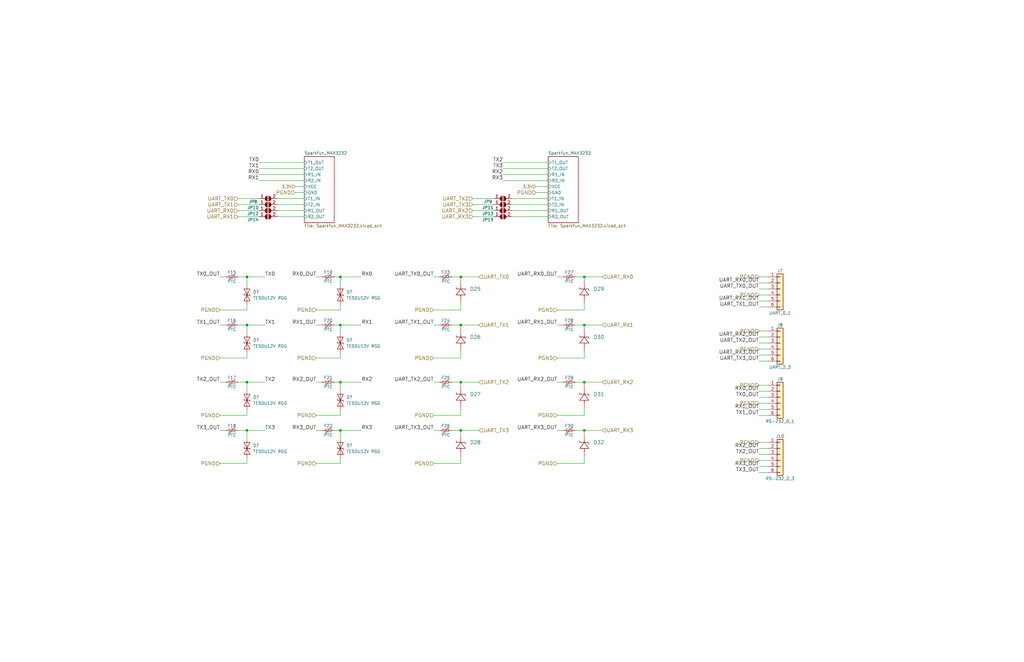
<source format=kicad_sch>
(kicad_sch (version 20211123) (generator eeschema)
  (paper "B")
  (title_block (title "Console-Controller") (date "2022-12-15") (rev "A"))
  (lib_symbols
    (symbol "2022-05-02_03-27-09:CZRU52C3V3" (pin_numbers hide) (pin_names hide)
      (property "Reference" "U" (at 5.08 4.445 0))
      (property "Value" "CZRU52C3V3" (at 5.08 -7.62 0))
      (symbol "CZRU52C3V3_1_1"
        (polyline (pts (xy 2.54 0) (xy 3.4798 0)) (stroke (width 0.2032)))
        (polyline (pts (xy 3.175 0) (xy 3.81 0)) (stroke (width 0.2032)))
        (polyline (pts (xy 3.81 -1.905) (xy 6.35 0)) (stroke (width 0.2032)))
        (polyline (pts (xy 3.81 1.905) (xy 3.81 -1.905)) (stroke (width 0.2032)))
        (polyline (pts (xy 6.35 -1.905) (xy 5.715 -1.905)) (stroke (width 0.2032)))
        (polyline (pts (xy 6.35 -1.905) (xy 6.35 1.905)) (stroke (width 0.2032)))
        (polyline (pts (xy 6.35 0) (xy 3.81 1.905)) (stroke (width 0.2032)))
        (polyline (pts (xy 6.35 0) (xy 7.62 0)) (stroke (width 0.2032)))
        (polyline (pts (xy 6.35 1.905) (xy 6.985 1.905)) (stroke (width 0.2032)))
        (pin unspecified line (at 10.16 0 180) (length 2.54) (name "1") (number "1"))
        (pin unspecified line (at 0 0 0) (length 2.54) (name "2") (number "2"))
      )
    )
    (symbol "Diode:SD36_SOD323" (pin_numbers hide) (pin_names (offset 1.016) hide)
      (property "Reference" "D" (at 0 2.54 0))
      (property "Value" "SD36_SOD323" (at 0 -2.54 0))
      (symbol "SD36_SOD323_0_1"
        (polyline (pts (xy 1.27 0) (xy -1.27 0)))
        (polyline (pts (xy -2.54 -1.27) (xy 0 0) (xy -2.54 1.27) (xy -2.54 -1.27)) (stroke (width 0.2032)))
        (polyline (pts (xy 0.508 1.27) (xy 0 1.27) (xy 0 -1.27) (xy -0.508 -1.27)) (stroke (width 0.2032)))
        (polyline (pts (xy 2.54 1.27) (xy 2.54 -1.27) (xy 0 0) (xy 2.54 1.27)) (stroke (width 0.2032)))
      )
      (symbol "SD36_SOD323_1_1"
        (pin passive line (at -3.81 0 0) (length 2.54) (name "A1") (number "1"))
        (pin passive line (at 3.81 0 180) (length 2.54) (name "A2") (number "2"))
      )
    )
    (symbol "Dual-Mag-Camera-Control-rescue:Conn_01x06-SPC-Control-rescue" (pin_names (offset 1.016) hide)
      (property "Reference" "J" (at 0 7.62 0))
      (property "Value" "Conn_01x06-SPC-Control-rescue" (at 0 -10.16 0))
      (symbol "Conn_01x06-SPC-Control-rescue_1_1"
        (rectangle (start -1.27 -7.493) (end 0 -7.747) (stroke (width 0.1524)))
        (rectangle (start -1.27 -4.953) (end 0 -5.207) (stroke (width 0.1524)))
        (rectangle (start -1.27 -2.413) (end 0 -2.667) (stroke (width 0.1524)))
        (rectangle (start -1.27 0.127) (end 0 -0.127) (stroke (width 0.1524)))
        (rectangle (start -1.27 2.667) (end 0 2.413) (stroke (width 0.1524)))
        (rectangle (start -1.27 5.207) (end 0 4.953) (stroke (width 0.1524)))
        (rectangle (start -1.27 6.35) (end 1.27 -8.89) (stroke (width 0.254)) (fill (type background)))
        (pin passive line (at -5.08 5.08 0) (length 3.81) (name "Pin_1") (number "1"))
        (pin passive line (at -5.08 2.54 0) (length 3.81) (name "Pin_2") (number "2"))
        (pin passive line (at -5.08 0 0) (length 3.81) (name "Pin_3") (number "3"))
        (pin passive line (at -5.08 -2.54 0) (length 3.81) (name "Pin_4") (number "4"))
        (pin passive line (at -5.08 -5.08 0) (length 3.81) (name "Pin_5") (number "5"))
        (pin passive line (at -5.08 -7.62 0) (length 3.81) (name "Pin_6") (number "6"))
      )
    )
    (symbol "Dual-Mag-Camera-Control-rescue:Polyfuse_Small-SPC-Control-rescue" (pin_numbers hide) (pin_names (offset 0))
      (property "Reference" "F" (at -1.905 0 90))
      (property "Value" "Polyfuse_Small-SPC-Control-rescue" (at 1.905 0 90))
      (symbol "Polyfuse_Small-SPC-Control-rescue_0_1"
        (rectangle (start -0.508 1.27) (end 0.508 -1.27))
        (polyline (pts (xy 0 2.54) (xy 0 -2.54)))
        (polyline (pts (xy -1.016 1.27) (xy -1.016 0.762) (xy 1.016 -0.762) (xy 1.016 -1.27)))
      )
      (symbol "Polyfuse_Small-SPC-Control-rescue_1_1"
        (pin passive line (at 0 2.54 270) (length 0.635) (name "~") (number "1"))
        (pin passive line (at 0 -2.54 90) (length 0.635) (name "~") (number "2"))
      )
    )
    (symbol "Jumper:SolderJumper_2_Open" (pin_names (offset 0) hide)
      (property "Reference" "JP" (at 0 2.032 0))
      (property "Value" "SolderJumper_2_Open" (at 0 -2.54 0))
      (symbol "SolderJumper_2_Open_0_1"
        (arc (start -0.254 1.016) (mid -1.27 0) (end -0.254 -1.016))
        (arc (start -0.254 1.016) (mid -1.27 0) (end -0.254 -1.016) (fill (type outline)))
        (polyline (pts (xy -0.254 1.016) (xy -0.254 -1.016)))
        (polyline (pts (xy 0.254 1.016) (xy 0.254 -1.016)))
        (arc (start 0.254 -1.016) (mid 1.27 0) (end 0.254 1.016))
        (arc (start 0.254 -1.016) (mid 1.27 0) (end 0.254 1.016) (fill (type outline)))
      )
      (symbol "SolderJumper_2_Open_1_1"
        (pin passive line (at -3.81 0 0) (length 2.54) (name "A") (number "1"))
        (pin passive line (at 3.81 0 180) (length 2.54) (name "B") (number "2"))
      )
    )
  )
  (junction (at 246.38 181.61))
  (junction (at 194.31 137.16))
  (junction (at 143.51 116.84))
  (junction (at 194.31 116.84))
  (junction (at 143.51 137.16))
  (junction (at 104.14 116.84))
  (junction (at 246.38 161.29))
  (junction (at 194.31 161.29))
  (junction (at 104.14 137.16))
  (junction (at 104.14 181.61))
  (junction (at 246.38 137.16))
  (junction (at 246.38 116.84))
  (junction (at 194.31 181.61))
  (junction (at 104.14 161.29))
  (junction (at 143.51 161.29))
  (junction (at 143.51 181.61))
  (wire (pts (xy 100.33 91.44) (xy 109.22 91.44)))
  (wire (pts (xy 194.31 195.58) (xy 194.31 193.04)))
  (wire (pts (xy 143.51 181.61) (xy 152.4 181.61)))
  (wire (pts (xy 246.38 116.84) (xy 254 116.84)))
  (wire (pts (xy 194.31 161.29) (xy 201.93 161.29)))
  (wire (pts (xy 100.33 116.84) (xy 104.14 116.84)))
  (wire (pts (xy 95.25 116.84) (xy 92.71 116.84)))
  (wire (pts (xy 320.04 139.7) (xy 323.85 139.7)))
  (wire (pts (xy 143.51 181.61) (xy 143.51 185.42)))
  (wire (pts (xy 190.5 116.84) (xy 194.31 116.84)))
  (wire (pts (xy 133.35 175.26) (xy 143.51 175.26)))
  (wire (pts (xy 234.95 175.26) (xy 246.38 175.26)))
  (wire (pts (xy 143.51 175.26) (xy 143.51 172.72)))
  (wire (pts (xy 109.22 73.66) (xy 128.27 73.66)))
  (wire (pts (xy 109.22 76.2) (xy 128.27 76.2)))
  (wire (pts (xy 320.04 144.78) (xy 323.85 144.78)))
  (wire (pts (xy 194.31 137.16) (xy 201.93 137.16)))
  (wire (pts (xy 100.33 83.82) (xy 109.22 83.82)))
  (wire (pts (xy 185.42 161.29) (xy 182.88 161.29)))
  (wire (pts (xy 104.14 181.61) (xy 111.76 181.61)))
  (wire (pts (xy 95.25 137.16) (xy 92.71 137.16)))
  (wire (pts (xy 143.51 116.84) (xy 143.51 120.65)))
  (wire (pts (xy 194.31 181.61) (xy 201.93 181.61)))
  (wire (pts (xy 199.39 86.36) (xy 208.28 86.36)))
  (wire (pts (xy 92.71 130.81) (xy 104.14 130.81)))
  (wire (pts (xy 143.51 116.84) (xy 152.4 116.84)))
  (wire (pts (xy 246.38 137.16) (xy 254 137.16)))
  (wire (pts (xy 320.04 199.39) (xy 323.85 199.39)))
  (wire (pts (xy 116.84 83.82) (xy 128.27 83.82)))
  (wire (pts (xy 92.71 195.58) (xy 104.14 195.58)))
  (wire (pts (xy 116.84 91.44) (xy 128.27 91.44)))
  (wire (pts (xy 104.14 137.16) (xy 111.76 137.16)))
  (wire (pts (xy 104.14 161.29) (xy 111.76 161.29)))
  (wire (pts (xy 320.04 127) (xy 323.85 127)))
  (wire (pts (xy 194.31 175.26) (xy 194.31 172.72)))
  (wire (pts (xy 100.33 88.9) (xy 109.22 88.9)))
  (wire (pts (xy 246.38 181.61) (xy 254 181.61)))
  (wire (pts (xy 185.42 116.84) (xy 182.88 116.84)))
  (wire (pts (xy 234.95 151.13) (xy 246.38 151.13)))
  (wire (pts (xy 143.51 151.13) (xy 143.51 148.59)))
  (wire (pts (xy 104.14 181.61) (xy 104.14 185.42)))
  (wire (pts (xy 320.04 124.46) (xy 323.85 124.46)))
  (wire (pts (xy 104.14 151.13) (xy 104.14 148.59)))
  (wire (pts (xy 320.04 170.18) (xy 323.85 170.18)))
  (wire (pts (xy 143.51 137.16) (xy 143.51 140.97)))
  (wire (pts (xy 320.04 152.4) (xy 323.85 152.4)))
  (wire (pts (xy 143.51 128.27) (xy 143.51 130.81)))
  (wire (pts (xy 143.51 161.29) (xy 143.51 165.1)))
  (wire (pts (xy 109.22 68.58) (xy 128.27 68.58)))
  (wire (pts (xy 100.33 181.61) (xy 104.14 181.61)))
  (wire (pts (xy 237.49 137.16) (xy 234.95 137.16)))
  (wire (pts (xy 226.06 78.74) (xy 231.14 78.74)))
  (wire (pts (xy 116.84 88.9) (xy 128.27 88.9)))
  (wire (pts (xy 320.04 191.77) (xy 323.85 191.77)))
  (wire (pts (xy 234.95 130.81) (xy 246.38 130.81)))
  (wire (pts (xy 140.97 137.16) (xy 143.51 137.16)))
  (wire (pts (xy 246.38 161.29) (xy 254 161.29)))
  (wire (pts (xy 215.9 88.9) (xy 231.14 88.9)))
  (wire (pts (xy 215.9 86.36) (xy 231.14 86.36)))
  (wire (pts (xy 100.33 161.29) (xy 104.14 161.29)))
  (wire (pts (xy 194.31 116.84) (xy 194.31 118.11)))
  (wire (pts (xy 320.04 149.86) (xy 323.85 149.86)))
  (wire (pts (xy 194.31 116.84) (xy 201.93 116.84)))
  (wire (pts (xy 246.38 130.81) (xy 246.38 128.27)))
  (wire (pts (xy 320.04 119.38) (xy 323.85 119.38)))
  (wire (pts (xy 100.33 86.36) (xy 109.22 86.36)))
  (wire (pts (xy 320.04 129.54) (xy 323.85 129.54)))
  (wire (pts (xy 182.88 151.13) (xy 194.31 151.13)))
  (wire (pts (xy 212.09 68.58) (xy 231.14 68.58)))
  (wire (pts (xy 100.33 137.16) (xy 104.14 137.16)))
  (wire (pts (xy 92.71 151.13) (xy 104.14 151.13)))
  (wire (pts (xy 194.31 151.13) (xy 194.31 148.59)))
  (wire (pts (xy 182.88 195.58) (xy 194.31 195.58)))
  (wire (pts (xy 237.49 161.29) (xy 234.95 161.29)))
  (wire (pts (xy 246.38 161.29) (xy 246.38 162.56)))
  (wire (pts (xy 212.09 73.66) (xy 231.14 73.66)))
  (wire (pts (xy 199.39 91.44) (xy 208.28 91.44)))
  (wire (pts (xy 194.31 137.16) (xy 194.31 138.43)))
  (wire (pts (xy 320.04 175.26) (xy 323.85 175.26)))
  (wire (pts (xy 133.35 151.13) (xy 143.51 151.13)))
  (wire (pts (xy 190.5 137.16) (xy 194.31 137.16)))
  (wire (pts (xy 185.42 137.16) (xy 182.88 137.16)))
  (wire (pts (xy 242.57 161.29) (xy 246.38 161.29)))
  (wire (pts (xy 226.06 81.28) (xy 231.14 81.28)))
  (wire (pts (xy 140.97 181.61) (xy 143.51 181.61)))
  (wire (pts (xy 92.71 175.26) (xy 104.14 175.26)))
  (wire (pts (xy 212.09 71.12) (xy 231.14 71.12)))
  (wire (pts (xy 140.97 116.84) (xy 143.51 116.84)))
  (wire (pts (xy 320.04 147.32) (xy 323.85 147.32)))
  (wire (pts (xy 234.95 195.58) (xy 246.38 195.58)))
  (wire (pts (xy 104.14 195.58) (xy 104.14 193.04)))
  (wire (pts (xy 215.9 91.44) (xy 231.14 91.44)))
  (wire (pts (xy 135.89 116.84) (xy 133.35 116.84)))
  (wire (pts (xy 320.04 121.92) (xy 323.85 121.92)))
  (wire (pts (xy 212.09 76.2) (xy 231.14 76.2)))
  (wire (pts (xy 237.49 181.61) (xy 234.95 181.61)))
  (wire (pts (xy 246.38 137.16) (xy 246.38 138.43)))
  (wire (pts (xy 194.31 181.61) (xy 194.31 182.88)))
  (wire (pts (xy 199.39 83.82) (xy 208.28 83.82)))
  (wire (pts (xy 140.97 161.29) (xy 143.51 161.29)))
  (wire (pts (xy 246.38 151.13) (xy 246.38 148.59)))
  (wire (pts (xy 109.22 71.12) (xy 128.27 71.12)))
  (wire (pts (xy 246.38 116.84) (xy 246.38 118.11)))
  (wire (pts (xy 135.89 137.16) (xy 133.35 137.16)))
  (wire (pts (xy 104.14 116.84) (xy 104.14 120.65)))
  (wire (pts (xy 242.57 181.61) (xy 246.38 181.61)))
  (wire (pts (xy 246.38 175.26) (xy 246.38 172.72)))
  (wire (pts (xy 242.57 116.84) (xy 246.38 116.84)))
  (wire (pts (xy 133.35 195.58) (xy 143.51 195.58)))
  (wire (pts (xy 104.14 116.84) (xy 111.76 116.84)))
  (wire (pts (xy 133.35 130.81) (xy 143.51 130.81)))
  (wire (pts (xy 320.04 194.31) (xy 323.85 194.31)))
  (wire (pts (xy 104.14 128.27) (xy 104.14 130.81)))
  (wire (pts (xy 237.49 116.84) (xy 234.95 116.84)))
  (wire (pts (xy 199.39 88.9) (xy 208.28 88.9)))
  (wire (pts (xy 190.5 181.61) (xy 194.31 181.61)))
  (wire (pts (xy 95.25 161.29) (xy 92.71 161.29)))
  (wire (pts (xy 246.38 195.58) (xy 246.38 193.04)))
  (wire (pts (xy 194.31 161.29) (xy 194.31 162.56)))
  (wire (pts (xy 143.51 195.58) (xy 143.51 193.04)))
  (wire (pts (xy 143.51 137.16) (xy 152.4 137.16)))
  (wire (pts (xy 320.04 196.85) (xy 323.85 196.85)))
  (wire (pts (xy 190.5 161.29) (xy 194.31 161.29)))
  (wire (pts (xy 242.57 137.16) (xy 246.38 137.16)))
  (wire (pts (xy 104.14 161.29) (xy 104.14 165.1)))
  (wire (pts (xy 104.14 175.26) (xy 104.14 172.72)))
  (wire (pts (xy 185.42 181.61) (xy 182.88 181.61)))
  (wire (pts (xy 104.14 137.16) (xy 104.14 140.97)))
  (wire (pts (xy 124.46 81.28) (xy 128.27 81.28)))
  (wire (pts (xy 320.04 189.23) (xy 323.85 189.23)))
  (wire (pts (xy 135.89 181.61) (xy 133.35 181.61)))
  (wire (pts (xy 182.88 175.26) (xy 194.31 175.26)))
  (wire (pts (xy 95.25 181.61) (xy 92.71 181.61)))
  (wire (pts (xy 320.04 167.64) (xy 323.85 167.64)))
  (wire (pts (xy 320.04 162.56) (xy 323.85 162.56)))
  (wire (pts (xy 215.9 83.82) (xy 231.14 83.82)))
  (wire (pts (xy 194.31 128.27) (xy 194.31 130.81)))
  (wire (pts (xy 116.84 86.36) (xy 128.27 86.36)))
  (wire (pts (xy 320.04 142.24) (xy 323.85 142.24)))
  (wire (pts (xy 320.04 165.1) (xy 323.85 165.1)))
  (wire (pts (xy 320.04 116.84) (xy 323.85 116.84)))
  (wire (pts (xy 320.04 172.72) (xy 323.85 172.72)))
  (wire (pts (xy 135.89 161.29) (xy 133.35 161.29)))
  (wire (pts (xy 320.04 186.69) (xy 323.85 186.69)))
  (wire (pts (xy 246.38 181.61) (xy 246.38 182.88)))
  (wire (pts (xy 124.46 78.74) (xy 128.27 78.74)))
  (wire (pts (xy 182.88 130.81) (xy 194.31 130.81)))
  (wire (pts (xy 143.51 161.29) (xy 152.4 161.29)))
  (label "TX3_OUT" (at 320.04 199.39 180) (effects (font (size 1.524 1.524))))
  (label "RX2" (at 212.09 73.66 180) (effects (font (size 1.524 1.524))))
  (label "RX3_OUT" (at 133.35 181.61 180) (effects (font (size 1.524 1.524))))
  (label "RX0_OUT" (at 133.35 116.84 180) (effects (font (size 1.524 1.524))))
  (label "UART_RX1_OUT" (at 320.04 127 180) (effects (font (size 1.524 1.524))))
  (label "TX2" (at 212.09 68.58 180) (effects (font (size 1.524 1.524))))
  (label "RX2" (at 152.4 161.29 0) (effects (font (size 1.524 1.524))))
  (label "UART_RX0_OUT" (at 234.95 116.84 180) (effects (font (size 1.524 1.524))))
  (label "RX0" (at 152.4 116.84 0) (effects (font (size 1.524 1.524))))
  (label "TX2_OUT" (at 92.71 161.29 180) (effects (font (size 1.524 1.524))))
  (label "RX1" (at 152.4 137.16 0) (effects (font (size 1.524 1.524))))
  (label "UART_RX2_OUT" (at 320.04 142.24 180) (effects (font (size 1.524 1.524))))
  (label "TX2" (at 111.76 161.29 0) (effects (font (size 1.524 1.524))))
  (label "RX0" (at 109.22 73.66 180) (effects (font (size 1.524 1.524))))
  (label "RX1" (at 109.22 76.2 180) (effects (font (size 1.524 1.524))))
  (label "RX3" (at 212.09 76.2 180) (effects (font (size 1.524 1.524))))
  (label "UART_RX0_OUT" (at 320.04 119.38 180) (effects (font (size 1.524 1.524))))
  (label "TX0_OUT" (at 92.71 116.84 180) (effects (font (size 1.524 1.524))))
  (label "TX0" (at 109.22 68.58 180) (effects (font (size 1.524 1.524))))
  (label "TX1" (at 109.22 71.12 180) (effects (font (size 1.524 1.524))))
  (label "TX2_OUT" (at 320.04 191.77 180) (effects (font (size 1.524 1.524))))
  (label "UART_RX2_OUT" (at 234.95 161.29 180) (effects (font (size 1.524 1.524))))
  (label "UART_RX1_OUT" (at 234.95 137.16 180) (effects (font (size 1.524 1.524))))
  (label "RX2_OUT" (at 133.35 161.29 180) (effects (font (size 1.524 1.524))))
  (label "RX3" (at 152.4 181.61 0) (effects (font (size 1.524 1.524))))
  (label "RX1_OUT" (at 133.35 137.16 180) (effects (font (size 1.524 1.524))))
  (label "RX1_OUT" (at 320.04 172.72 180) (effects (font (size 1.524 1.524))))
  (label "TX1_OUT" (at 92.71 137.16 180) (effects (font (size 1.524 1.524))))
  (label "UART_TX0_OUT" (at 182.88 116.84 180) (effects (font (size 1.524 1.524))))
  (label "UART_TX1_OUT" (at 320.04 129.54 180) (effects (font (size 1.524 1.524))))
  (label "RX2_OUT" (at 320.04 189.23 180) (effects (font (size 1.524 1.524))))
  (label "UART_RX3_OUT" (at 234.95 181.61 180) (effects (font (size 1.524 1.524))))
  (label "TX1" (at 111.76 137.16 0) (effects (font (size 1.524 1.524))))
  (label "UART_TX3_OUT" (at 320.04 152.4 180) (effects (font (size 1.524 1.524))))
  (label "TX0" (at 111.76 116.84 0) (effects (font (size 1.524 1.524))))
  (label "RX3_OUT" (at 320.04 196.85 180) (effects (font (size 1.524 1.524))))
  (label "UART_TX3_OUT" (at 182.88 181.61 180) (effects (font (size 1.524 1.524))))
  (label "TX3_OUT" (at 92.71 181.61 180) (effects (font (size 1.524 1.524))))
  (label "UART_TX1_OUT" (at 182.88 137.16 180) (effects (font (size 1.524 1.524))))
  (label "TX1_OUT" (at 320.04 175.26 180) (effects (font (size 1.524 1.524))))
  (label "UART_TX2_OUT" (at 182.88 161.29 180) (effects (font (size 1.524 1.524))))
  (label "RX0_OUT" (at 320.04 165.1 180) (effects (font (size 1.524 1.524))))
  (label "UART_TX2_OUT" (at 320.04 144.78 180) (effects (font (size 1.524 1.524))))
  (label "TX0_OUT" (at 320.04 167.64 180) (effects (font (size 1.524 1.524))))
  (label "TX3" (at 111.76 181.61 0) (effects (font (size 1.524 1.524))))
  (label "TX3" (at 212.09 71.12 180) (effects (font (size 1.524 1.524))))
  (label "UART_RX3_OUT" (at 320.04 149.86 180) (effects (font (size 1.524 1.524))))
  (label "UART_TX0_OUT" (at 320.04 121.92 180) (effects (font (size 1.524 1.524))))
  (hierarchical_label "PGND" (shape input) (at 234.95 175.26 180) (effects (font (size 1.524 1.524))))
  (hierarchical_label "PGND" (shape input) (at 182.88 151.13 180) (effects (font (size 1.524 1.524))))
  (hierarchical_label "UART_TX1" (shape input) (at 100.33 86.36 180) (effects (font (size 1.524 1.524))))
  (hierarchical_label "UART_RX0" (shape input) (at 100.33 88.9 180) (effects (font (size 1.524 1.524))))
  (hierarchical_label "UART_RX2" (shape input) (at 254 161.29 0) (effects (font (size 1.524 1.524))))
  (hierarchical_label "PGND" (shape input) (at 182.88 175.26 180) (effects (font (size 1.524 1.524))))
  (hierarchical_label "UART_TX2" (shape input) (at 199.39 83.82 180) (effects (font (size 1.524 1.524))))
  (hierarchical_label "PGND" (shape input) (at 133.35 130.81 180) (effects (font (size 1.524 1.524))))
  (hierarchical_label "UART_RX1" (shape input) (at 254 137.16 0) (effects (font (size 1.524 1.524))))
  (hierarchical_label "PGND" (shape input) (at 226.06 81.28 180) (effects (font (size 1.524 1.524))))
  (hierarchical_label "PGND" (shape input) (at 320.04 147.32 180) (effects (font (size 1.524 1.524))))
  (hierarchical_label "PGND" (shape input) (at 182.88 195.58 180) (effects (font (size 1.524 1.524))))
  (hierarchical_label "UART_TX0" (shape input) (at 100.33 83.82 180) (effects (font (size 1.524 1.524))))
  (hierarchical_label "PGND" (shape input) (at 124.46 81.28 180) (effects (font (size 1.524 1.524))))
  (hierarchical_label "UART_TX2" (shape input) (at 201.93 161.29 0) (effects (font (size 1.524 1.524))))
  (hierarchical_label "PGND" (shape input) (at 133.35 175.26 180) (effects (font (size 1.524 1.524))))
  (hierarchical_label "PGND" (shape input) (at 92.71 130.81 180) (effects (font (size 1.524 1.524))))
  (hierarchical_label "PGND" (shape input) (at 92.71 151.13 180) (effects (font (size 1.524 1.524))))
  (hierarchical_label "UART_TX1" (shape input) (at 201.93 137.16 0) (effects (font (size 1.524 1.524))))
  (hierarchical_label "3.3V" (shape input) (at 124.46 78.74 180))
  (hierarchical_label "PGND" (shape input) (at 133.35 195.58 180) (effects (font (size 1.524 1.524))))
  (hierarchical_label "PGND" (shape input) (at 92.71 195.58 180) (effects (font (size 1.524 1.524))))
  (hierarchical_label "PGND" (shape input) (at 234.95 151.13 180) (effects (font (size 1.524 1.524))))
  (hierarchical_label "UART_RX2" (shape input) (at 199.39 88.9 180) (effects (font (size 1.524 1.524))))
  (hierarchical_label "PGND" (shape input) (at 92.71 175.26 180) (effects (font (size 1.524 1.524))))
  (hierarchical_label "UART_TX3" (shape input) (at 199.39 86.36 180) (effects (font (size 1.524 1.524))))
  (hierarchical_label "UART_RX3" (shape input) (at 254 181.61 0) (effects (font (size 1.524 1.524))))
  (hierarchical_label "UART_RX3" (shape input) (at 199.39 91.44 180) (effects (font (size 1.524 1.524))))
  (hierarchical_label "PGND" (shape input) (at 320.04 124.46 180) (effects (font (size 1.524 1.524))))
  (hierarchical_label "PGND" (shape input) (at 320.04 139.7 180) (effects (font (size 1.524 1.524))))
  (hierarchical_label "PGND" (shape input) (at 182.88 130.81 180) (effects (font (size 1.524 1.524))))
  (hierarchical_label "3.3V" (shape input) (at 226.06 78.74 180))
  (hierarchical_label "PGND" (shape input) (at 133.35 151.13 180) (effects (font (size 1.524 1.524))))
  (hierarchical_label "UART_RX1" (shape input) (at 100.33 91.44 180) (effects (font (size 1.524 1.524))))
  (hierarchical_label "PGND" (shape input) (at 234.95 195.58 180) (effects (font (size 1.524 1.524))))
  (hierarchical_label "UART_TX3" (shape input) (at 201.93 181.61 0) (effects (font (size 1.524 1.524))))
  (hierarchical_label "PGND" (shape input) (at 320.04 170.18 180) (effects (font (size 1.524 1.524))))
  (hierarchical_label "PGND" (shape input) (at 320.04 116.84 180) (effects (font (size 1.524 1.524))))
  (hierarchical_label "PGND" (shape input) (at 320.04 194.31 180) (effects (font (size 1.524 1.524))))
  (hierarchical_label "UART_RX0" (shape input) (at 254 116.84 0) (effects (font (size 1.524 1.524))))
  (hierarchical_label "PGND" (shape input) (at 234.95 130.81 180) (effects (font (size 1.524 1.524))))
  (hierarchical_label "UART_TX0" (shape input) (at 201.93 116.84 0) (effects (font (size 1.524 1.524))))
  (hierarchical_label "PGND" (shape input) (at 320.04 186.69 180) (effects (font (size 1.524 1.524))))
  (hierarchical_label "PGND" (shape input) (at 320.04 162.56 180) (effects (font (size 1.524 1.524))))
  (symbol (lib_id "Dual-Mag-Camera-Control-rescue:Polyfuse_Small-SPC-Control-rescue") (at 240.03 116.84 270) (unit 1)
    (property "Reference" "F27" (at 240.03 114.935 90))
    (property "Value" "PTC" (at 240.03 118.745 90))
    (property "Footprint" "Resistor_SMD:R_1210_3225Metric_Pad1.42x2.65mm_HandSolder" (effects hide))
    (property "Datasheet" "https://en.tdk.eu/inf/55/db/PTC/PTC_OC_SMD_0402_0603_1210_24V_230V.pdf" (effects hide))
    (property "Part Number" "495-3878-1-ND" (effects hide))
    (property "Supplier" "Digikey" (effects hide))
    (property "Link" "Value" (effects hide))
  )
  (symbol (lib_id "Dual-Mag-Camera-Control-rescue:Conn_01x06-SPC-Control-rescue") (at 328.93 121.92 0) (unit 1)
    (property "Reference" "J7" (at 328.93 114.3 0))
    (property "Value" "UART_0_1" (at 328.93 132.08 0))
    (property "Footprint" "Connector_Molex:Molex_Nano-Fit_105310-xx06_2x03_P2.50mm_Vertical" (effects hide))
    (property "Datasheet" "https://www.molex.com/pdm_docs/sd/1053101210_sd.pdf" (effects hide))
    (property "Part Number" "WM15076-ND" (effects hide))
    (property "Supplier" "Digikey" (effects hide))
    (property "Link" "https://www.digikey.com/en/products/detail/molex/1053102306/6164165" (effects hide))
  )
  (symbol (lib_id "Dual-Mag-Camera-Control-rescue:Conn_01x06-SPC-Control-rescue") (at 328.93 144.78 0) (unit 1)
    (property "Reference" "J8" (at 328.93 137.16 0))
    (property "Value" "UART_2_3" (at 328.93 154.94 0))
    (property "Footprint" "Connector_Molex:Molex_Nano-Fit_105310-xx06_2x03_P2.50mm_Vertical" (effects hide))
    (property "Datasheet" "https://www.molex.com/pdm_docs/sd/1053101210_sd.pdf" (effects hide))
    (property "Part Number" "WM15076-ND" (effects hide))
    (property "Supplier" "Digikey" (effects hide))
    (property "Link" "https://www.digikey.com/en/products/detail/molex/1053102306/6164165" (effects hide))
  )
  (symbol (lib_id "Dual-Mag-Camera-Control-rescue:Conn_01x06-SPC-Control-rescue") (at 328.93 167.64 0) (unit 1)
    (property "Reference" "J9" (at 328.93 160.02 0))
    (property "Value" "RS-232_0_1" (at 328.93 177.8 0))
    (property "Footprint" "Connector_Molex:Molex_Nano-Fit_105310-xx06_2x03_P2.50mm_Vertical" (effects hide))
    (property "Datasheet" "https://www.molex.com/pdm_docs/sd/1053101210_sd.pdf" (effects hide))
    (property "Part Number" "WM15076-ND" (effects hide))
    (property "Supplier" "Digikey" (effects hide))
    (property "Link" "https://www.digikey.com/en/products/detail/molex/1053102306/6164165" (effects hide))
  )
  (symbol (lib_id "Dual-Mag-Camera-Control-rescue:Conn_01x06-SPC-Control-rescue") (at 328.93 191.77 0) (unit 1)
    (property "Reference" "J10" (at 328.93 184.15 0))
    (property "Value" "RS-232_2_3" (at 328.93 201.93 0))
    (property "Footprint" "Connector_Molex:Molex_Nano-Fit_105310-xx06_2x03_P2.50mm_Vertical" (effects hide))
    (property "Datasheet" "https://www.molex.com/pdm_docs/sd/1053101210_sd.pdf" (effects hide))
    (property "Part Number" "WM15076-ND" (effects hide))
    (property "Supplier" "Digikey" (effects hide))
    (property "Link" "https://www.digikey.com/en/products/detail/molex/1053102306/6164165" (effects hide))
  )
  (symbol (lib_id "Dual-Mag-Camera-Control-rescue:Polyfuse_Small-SPC-Control-rescue") (at 240.03 137.16 270) (unit 1)
    (property "Reference" "F28" (at 240.03 135.255 90))
    (property "Value" "PTC" (at 240.03 139.065 90))
    (property "Footprint" "Resistor_SMD:R_1210_3225Metric_Pad1.42x2.65mm_HandSolder" (effects hide))
    (property "Datasheet" "https://en.tdk.eu/inf/55/db/PTC/PTC_OC_SMD_0402_0603_1210_24V_230V.pdf" (effects hide))
    (property "Part Number" "495-3878-1-ND" (effects hide))
    (property "Supplier" "Digikey" (effects hide))
    (property "Link" "Value" (effects hide))
  )
  (symbol (lib_id "Dual-Mag-Camera-Control-rescue:Polyfuse_Small-SPC-Control-rescue") (at 240.03 161.29 270) (unit 1)
    (property "Reference" "F29" (at 240.03 159.385 90))
    (property "Value" "PTC" (at 240.03 163.195 90))
    (property "Footprint" "Resistor_SMD:R_1210_3225Metric_Pad1.42x2.65mm_HandSolder" (effects hide))
    (property "Datasheet" "https://en.tdk.eu/inf/55/db/PTC/PTC_OC_SMD_0402_0603_1210_24V_230V.pdf" (effects hide))
    (property "Part Number" "495-3878-1-ND" (effects hide))
    (property "Supplier" "Digikey" (effects hide))
    (property "Link" "Value" (effects hide))
  )
  (symbol (lib_id "Dual-Mag-Camera-Control-rescue:Polyfuse_Small-SPC-Control-rescue") (at 240.03 181.61 270) (unit 1)
    (property "Reference" "F30" (at 240.03 179.705 90))
    (property "Value" "PTC" (at 240.03 183.515 90))
    (property "Footprint" "Resistor_SMD:R_1210_3225Metric_Pad1.42x2.65mm_HandSolder" (effects hide))
    (property "Datasheet" "https://en.tdk.eu/inf/55/db/PTC/PTC_OC_SMD_0402_0603_1210_24V_230V.pdf" (effects hide))
    (property "Part Number" "495-3878-1-ND" (effects hide))
    (property "Supplier" "Digikey" (effects hide))
    (property "Link" "Value" (effects hide))
  )
  (symbol (lib_id "Dual-Mag-Camera-Control-rescue:Polyfuse_Small-SPC-Control-rescue") (at 187.96 181.61 270) (unit 1)
    (property "Reference" "F26" (at 187.96 179.705 90))
    (property "Value" "PTC" (at 187.96 183.515 90))
    (property "Footprint" "Resistor_SMD:R_1210_3225Metric_Pad1.42x2.65mm_HandSolder" (effects hide))
    (property "Datasheet" "https://en.tdk.eu/inf/55/db/PTC/PTC_OC_SMD_0402_0603_1210_24V_230V.pdf" (effects hide))
    (property "Part Number" "495-3878-1-ND" (effects hide))
    (property "Supplier" "Digikey" (effects hide))
    (property "Link" "Value" (effects hide))
  )
  (symbol (lib_id "Dual-Mag-Camera-Control-rescue:Polyfuse_Small-SPC-Control-rescue") (at 187.96 161.29 270) (unit 1)
    (property "Reference" "F25" (at 187.96 159.385 90))
    (property "Value" "PTC" (at 187.96 163.195 90))
    (property "Footprint" "Resistor_SMD:R_1210_3225Metric_Pad1.42x2.65mm_HandSolder" (effects hide))
    (property "Datasheet" "https://en.tdk.eu/inf/55/db/PTC/PTC_OC_SMD_0402_0603_1210_24V_230V.pdf" (effects hide))
    (property "Part Number" "495-3878-1-ND" (effects hide))
    (property "Supplier" "Digikey" (effects hide))
    (property "Link" "Value" (effects hide))
  )
  (symbol (lib_id "Dual-Mag-Camera-Control-rescue:Polyfuse_Small-SPC-Control-rescue") (at 187.96 137.16 270) (unit 1)
    (property "Reference" "F24" (at 187.96 135.255 90))
    (property "Value" "PTC" (at 187.96 139.065 90))
    (property "Footprint" "Resistor_SMD:R_1210_3225Metric_Pad1.42x2.65mm_HandSolder" (effects hide))
    (property "Datasheet" "https://en.tdk.eu/inf/55/db/PTC/PTC_OC_SMD_0402_0603_1210_24V_230V.pdf" (effects hide))
    (property "Part Number" "495-3878-1-ND" (effects hide))
    (property "Supplier" "Digikey" (effects hide))
    (property "Link" "Value" (effects hide))
  )
  (symbol (lib_id "Dual-Mag-Camera-Control-rescue:Polyfuse_Small-SPC-Control-rescue") (at 187.96 116.84 270) (unit 1)
    (property "Reference" "F23" (at 187.96 114.935 90))
    (property "Value" "PTC" (at 187.96 118.745 90))
    (property "Footprint" "Resistor_SMD:R_1210_3225Metric_Pad1.42x2.65mm_HandSolder" (effects hide))
    (property "Datasheet" "https://en.tdk.eu/inf/55/db/PTC/PTC_OC_SMD_0402_0603_1210_24V_230V.pdf" (effects hide))
    (property "Part Number" "495-3878-1-ND" (effects hide))
    (property "Supplier" "Digikey" (effects hide))
    (property "Link" "Value" (effects hide))
  )
  (symbol (lib_id "Dual-Mag-Camera-Control-rescue:Polyfuse_Small-SPC-Control-rescue") (at 138.43 116.84 270) (unit 1)
    (property "Reference" "F19" (at 138.43 114.935 90))
    (property "Value" "PTC" (at 138.43 118.745 90))
    (property "Footprint" "Resistor_SMD:R_1210_3225Metric_Pad1.42x2.65mm_HandSolder" (effects hide))
    (property "Datasheet" "https://en.tdk.eu/inf/55/db/PTC/PTC_OC_SMD_0402_0603_1210_24V_230V.pdf" (effects hide))
    (property "Part Number" "495-3878-1-ND" (effects hide))
    (property "Supplier" "Digikey" (effects hide))
    (property "Link" "Value" (effects hide))
  )
  (symbol (lib_id "Dual-Mag-Camera-Control-rescue:Polyfuse_Small-SPC-Control-rescue") (at 138.43 161.29 270) (unit 1)
    (property "Reference" "F21" (at 138.43 159.385 90))
    (property "Value" "PTC" (at 138.43 163.195 90))
    (property "Footprint" "Resistor_SMD:R_1210_3225Metric_Pad1.42x2.65mm_HandSolder" (effects hide))
    (property "Datasheet" "https://en.tdk.eu/inf/55/db/PTC/PTC_OC_SMD_0402_0603_1210_24V_230V.pdf" (effects hide))
    (property "Part Number" "495-3878-1-ND" (effects hide))
    (property "Supplier" "Digikey" (effects hide))
    (property "Link" "Value" (effects hide))
  )
  (symbol (lib_id "Dual-Mag-Camera-Control-rescue:Polyfuse_Small-SPC-Control-rescue") (at 138.43 137.16 270) (unit 1)
    (property "Reference" "F20" (at 138.43 135.255 90))
    (property "Value" "PTC" (at 138.43 139.065 90))
    (property "Footprint" "Resistor_SMD:R_1210_3225Metric_Pad1.42x2.65mm_HandSolder" (effects hide))
    (property "Datasheet" "https://en.tdk.eu/inf/55/db/PTC/PTC_OC_SMD_0402_0603_1210_24V_230V.pdf" (effects hide))
    (property "Part Number" "495-3878-1-ND" (effects hide))
    (property "Supplier" "Digikey" (effects hide))
    (property "Link" "Value" (effects hide))
  )
  (symbol (lib_id "Dual-Mag-Camera-Control-rescue:Polyfuse_Small-SPC-Control-rescue") (at 138.43 181.61 270) (unit 1)
    (property "Reference" "F22" (at 138.43 179.705 90))
    (property "Value" "PTC" (at 138.43 183.515 90))
    (property "Footprint" "Resistor_SMD:R_1210_3225Metric_Pad1.42x2.65mm_HandSolder" (effects hide))
    (property "Datasheet" "https://en.tdk.eu/inf/55/db/PTC/PTC_OC_SMD_0402_0603_1210_24V_230V.pdf" (effects hide))
    (property "Part Number" "495-3878-1-ND" (effects hide))
    (property "Supplier" "Digikey" (effects hide))
    (property "Link" "Value" (effects hide))
  )
  (symbol (lib_id "Dual-Mag-Camera-Control-rescue:Polyfuse_Small-SPC-Control-rescue") (at 97.79 181.61 270) (unit 1)
    (property "Reference" "F18" (at 97.79 179.705 90))
    (property "Value" "PTC" (at 97.79 183.515 90))
    (property "Footprint" "Resistor_SMD:R_1210_3225Metric_Pad1.42x2.65mm_HandSolder" (effects hide))
    (property "Datasheet" "https://en.tdk.eu/inf/55/db/PTC/PTC_OC_SMD_0402_0603_1210_24V_230V.pdf" (effects hide))
    (property "Part Number" "495-3878-1-ND" (effects hide))
    (property "Supplier" "Digikey" (effects hide))
    (property "Link" "Value" (effects hide))
  )
  (symbol (lib_id "Dual-Mag-Camera-Control-rescue:Polyfuse_Small-SPC-Control-rescue") (at 97.79 161.29 270) (unit 1)
    (property "Reference" "F17" (at 97.79 159.385 90))
    (property "Value" "PTC" (at 97.79 163.195 90))
    (property "Footprint" "Resistor_SMD:R_1210_3225Metric_Pad1.42x2.65mm_HandSolder" (effects hide))
    (property "Datasheet" "https://en.tdk.eu/inf/55/db/PTC/PTC_OC_SMD_0402_0603_1210_24V_230V.pdf" (effects hide))
    (property "Part Number" "495-3878-1-ND" (effects hide))
    (property "Supplier" "Digikey" (effects hide))
    (property "Link" "Value" (effects hide))
  )
  (symbol (lib_id "Dual-Mag-Camera-Control-rescue:Polyfuse_Small-SPC-Control-rescue") (at 97.79 137.16 270) (unit 1)
    (property "Reference" "F16" (at 97.79 135.255 90))
    (property "Value" "PTC" (at 97.79 139.065 90))
    (property "Footprint" "Resistor_SMD:R_1210_3225Metric_Pad1.42x2.65mm_HandSolder" (effects hide))
    (property "Datasheet" "https://en.tdk.eu/inf/55/db/PTC/PTC_OC_SMD_0402_0603_1210_24V_230V.pdf" (effects hide))
    (property "Part Number" "495-3878-1-ND" (effects hide))
    (property "Supplier" "Digikey" (effects hide))
    (property "Link" "Value" (effects hide))
  )
  (symbol (lib_id "Dual-Mag-Camera-Control-rescue:Polyfuse_Small-SPC-Control-rescue") (at 97.79 116.84 270) (unit 1)
    (property "Reference" "F15" (at 97.79 114.935 90))
    (property "Value" "PTC" (at 97.79 118.745 90))
    (property "Footprint" "Resistor_SMD:R_1210_3225Metric_Pad1.42x2.65mm_HandSolder" (effects hide))
    (property "Datasheet" "https://en.tdk.eu/inf/55/db/PTC/PTC_OC_SMD_0402_0603_1210_24V_230V.pdf" (effects hide))
    (property "Part Number" "495-3878-1-ND" (effects hide))
    (property "Supplier" "Digikey" (effects hide))
    (property "Link" "Value" (effects hide))
  )
  (symbol (lib_id "2022-05-02_03-27-09:CZRU52C3V3") (at 246.38 193.04 90) (unit 1)
    (property "Reference" "D32" (at 250.19 186.69 90) (effects (font (size 1.524 1.524)) (justify right)))
    (property "Value" "CZRU52C3V3" (effects hide))
    (property "Footprint" "Diode_SMD:D_0603_1608Metric_Pad1.05x0.95mm_HandSolder" (effects hide))
  )
  (symbol (lib_id "2022-05-02_03-27-09:CZRU52C3V3") (at 246.38 128.27 90) (unit 1)
    (property "Reference" "D29" (at 250.19 121.92 90) (effects (font (size 1.524 1.524)) (justify right)))
    (property "Value" "CZRU52C3V3" (effects hide))
    (property "Footprint" "Diode_SMD:D_0603_1608Metric_Pad1.05x0.95mm_HandSolder" (effects hide))
  )
  (symbol (lib_id "2022-05-02_03-27-09:CZRU52C3V3") (at 194.31 172.72 90) (unit 1)
    (property "Reference" "D27" (at 198.12 166.37 90) (effects (font (size 1.524 1.524)) (justify right)))
    (property "Value" "CZRU52C3V3" (effects hide))
    (property "Footprint" "Diode_SMD:D_0603_1608Metric_Pad1.05x0.95mm_HandSolder" (effects hide))
  )
  (symbol (lib_id "Diode:SD36_SOD323") (at 104.14 189.23 90) (unit 1)
    (property "Reference" "D?" (at 106.68 187.9599 90) (effects (justify right)))
    (property "Value" "TESDU12V RGG" (at 106.68 190.4999 90) (effects (justify right)))
    (property "Footprint" "Resistor_SMD:R_0603_1608Metric" (effects hide))
    (property "Datasheet" "https://www.taiwansemi.com/assets/uploads/datasheet/TESDU5V0%20SERIES_H1601.pdf" (effects hide))
    (property "Part Number" "1801-TESDU12VRGGCT-ND" (effects hide))
    (property "Supplier" "Digikey" (effects hide))
    (property "Link" "https://www.digikey.com/en/products/detail/taiwan-semiconductor-corporation/TESDU12V-RGG/16269945?s=N4IgjCBcpgbFoDGUBmBDANgZwKYBoQB7KAbRAGYBOAJgBZ4CrqBWZkRm5%2BAXQIAcALlBABlAQCcAlgDsA5iAC%2BBAOywI0EMkjps%2BIqRAAOZcrCGQvEIOFipcxQTDLyABgSbUmXAWKQyES2tIEABJaQEcWRxxB3BndSRPXR8DTmpKC34hYNsZeSUQAFpqdy0JAFc9XzI2bgV6oA" (effects hide))
  )
  (symbol (lib_id "Diode:SD36_SOD323") (at 143.51 168.91 90) (unit 1)
    (property "Reference" "D?" (at 146.05 167.6399 90) (effects (justify right)))
    (property "Value" "TESDU12V RGG" (at 146.05 170.1799 90) (effects (justify right)))
    (property "Footprint" "Resistor_SMD:R_0603_1608Metric" (effects hide))
    (property "Datasheet" "https://www.taiwansemi.com/assets/uploads/datasheet/TESDU5V0%20SERIES_H1601.pdf" (effects hide))
    (property "Part Number" "1801-TESDU12VRGGCT-ND" (effects hide))
    (property "Supplier" "Digikey" (effects hide))
    (property "Link" "https://www.digikey.com/en/products/detail/taiwan-semiconductor-corporation/TESDU12V-RGG/16269945?s=N4IgjCBcpgbFoDGUBmBDANgZwKYBoQB7KAbRAGYBOAJgBZ4CrqBWZkRm5%2BAXQIAcALlBABlAQCcAlgDsA5iAC%2BBAOywI0EMkjps%2BIqRAAOZcrCGQvEIOFipcxQTDLyABgSbUmXAWKQyES2tIEABJaQEcWRxxB3BndSRPXR8DTmpKC34hYNsZeSUQAFpqdy0JAFc9XzI2bgV6oA" (effects hide))
  )
  (symbol (lib_id "Jumper:SolderJumper_2_Open") (at 113.03 86.36 0) (unit 1)
    (property "Reference" "JP10" (at 106.68 87.63 0))
    (property "Value" " " (at 113.03 84.2796 0))
    (property "Footprint" "Jumper:SolderJumper-2_P1.3mm_Open_RoundedPad1.0x1.5mm" (effects hide))
  )
  (symbol (lib_id "Jumper:SolderJumper_2_Open") (at 212.09 88.9 0) (unit 1)
    (property "Reference" "JP13" (at 205.74 90.17 0))
    (property "Value" " " (at 212.09 86.8196 0))
    (property "Footprint" "Jumper:SolderJumper-2_P1.3mm_Open_RoundedPad1.0x1.5mm" (effects hide))
  )
  (symbol (lib_id "Diode:SD36_SOD323") (at 143.51 189.23 90) (unit 1)
    (property "Reference" "D?" (at 146.05 187.9599 90) (effects (justify right)))
    (property "Value" "TESDU12V RGG" (at 146.05 190.4999 90) (effects (justify right)))
    (property "Footprint" "Resistor_SMD:R_0603_1608Metric" (effects hide))
    (property "Datasheet" "https://www.taiwansemi.com/assets/uploads/datasheet/TESDU5V0%20SERIES_H1601.pdf" (effects hide))
    (property "Part Number" "1801-TESDU12VRGGCT-ND" (effects hide))
    (property "Supplier" "Digikey" (effects hide))
    (property "Link" "https://www.digikey.com/en/products/detail/taiwan-semiconductor-corporation/TESDU12V-RGG/16269945?s=N4IgjCBcpgbFoDGUBmBDANgZwKYBoQB7KAbRAGYBOAJgBZ4CrqBWZkRm5%2BAXQIAcALlBABlAQCcAlgDsA5iAC%2BBAOywI0EMkjps%2BIqRAAOZcrCGQvEIOFipcxQTDLyABgSbUmXAWKQyES2tIEABJaQEcWRxxB3BndSRPXR8DTmpKC34hYNsZeSUQAFpqdy0JAFc9XzI2bgV6oA" (effects hide))
  )
  (symbol (lib_id "Diode:SD36_SOD323") (at 143.51 144.78 90) (unit 1)
    (property "Reference" "D?" (at 146.05 143.5099 90) (effects (justify right)))
    (property "Value" "TESDU12V RGG" (at 146.05 146.0499 90) (effects (justify right)))
    (property "Footprint" "Resistor_SMD:R_0603_1608Metric" (effects hide))
    (property "Datasheet" "https://www.taiwansemi.com/assets/uploads/datasheet/TESDU5V0%20SERIES_H1601.pdf" (effects hide))
    (property "Part Number" "1801-TESDU12VRGGCT-ND" (effects hide))
    (property "Supplier" "Digikey" (effects hide))
    (property "Link" "https://www.digikey.com/en/products/detail/taiwan-semiconductor-corporation/TESDU12V-RGG/16269945?s=N4IgjCBcpgbFoDGUBmBDANgZwKYBoQB7KAbRAGYBOAJgBZ4CrqBWZkRm5%2BAXQIAcALlBABlAQCcAlgDsA5iAC%2BBAOywI0EMkjps%2BIqRAAOZcrCGQvEIOFipcxQTDLyABgSbUmXAWKQyES2tIEABJaQEcWRxxB3BndSRPXR8DTmpKC34hYNsZeSUQAFpqdy0JAFc9XzI2bgV6oA" (effects hide))
  )
  (symbol (lib_id "2022-05-02_03-27-09:CZRU52C3V3") (at 246.38 148.59 90) (unit 1)
    (property "Reference" "D30" (at 250.19 142.24 90) (effects (font (size 1.524 1.524)) (justify right)))
    (property "Value" "CZRU52C3V3" (effects hide))
    (property "Footprint" "Diode_SMD:D_0603_1608Metric_Pad1.05x0.95mm_HandSolder" (effects hide))
  )
  (symbol (lib_id "2022-05-02_03-27-09:CZRU52C3V3") (at 194.31 128.27 90) (unit 1)
    (property "Reference" "D25" (at 198.12 121.92 90) (effects (font (size 1.524 1.524)) (justify right)))
    (property "Value" "CZRU52C3V3" (effects hide))
    (property "Footprint" "Diode_SMD:D_0603_1608Metric_Pad1.05x0.95mm_HandSolder" (effects hide))
  )
  (symbol (lib_id "Jumper:SolderJumper_2_Open") (at 212.09 83.82 0) (unit 1)
    (property "Reference" "JP9" (at 205.74 85.09 0))
    (property "Value" " " (at 212.09 81.7396 0))
    (property "Footprint" "Jumper:SolderJumper-2_P1.3mm_Open_RoundedPad1.0x1.5mm" (effects hide))
  )
  (symbol (lib_id "Diode:SD36_SOD323") (at 104.14 144.78 90) (unit 1)
    (property "Reference" "D?" (at 106.68 143.5099 90) (effects (justify right)))
    (property "Value" "TESDU12V RGG" (at 106.68 146.0499 90) (effects (justify right)))
    (property "Footprint" "Resistor_SMD:R_0603_1608Metric" (effects hide))
    (property "Datasheet" "https://www.taiwansemi.com/assets/uploads/datasheet/TESDU5V0%20SERIES_H1601.pdf" (effects hide))
    (property "Part Number" "1801-TESDU12VRGGCT-ND" (effects hide))
    (property "Supplier" "Digikey" (effects hide))
    (property "Link" "https://www.digikey.com/en/products/detail/taiwan-semiconductor-corporation/TESDU12V-RGG/16269945?s=N4IgjCBcpgbFoDGUBmBDANgZwKYBoQB7KAbRAGYBOAJgBZ4CrqBWZkRm5%2BAXQIAcALlBABlAQCcAlgDsA5iAC%2BBAOywI0EMkjps%2BIqRAAOZcrCGQvEIOFipcxQTDLyABgSbUmXAWKQyES2tIEABJaQEcWRxxB3BndSRPXR8DTmpKC34hYNsZeSUQAFpqdy0JAFc9XzI2bgV6oA" (effects hide))
  )
  (symbol (lib_id "Jumper:SolderJumper_2_Open") (at 113.03 88.9 0) (unit 1)
    (property "Reference" "JP12" (at 106.68 90.17 0))
    (property "Value" " " (at 113.03 86.8196 0))
    (property "Footprint" "Jumper:SolderJumper-2_P1.3mm_Open_RoundedPad1.0x1.5mm" (effects hide))
  )
  (symbol (lib_id "2022-05-02_03-27-09:CZRU52C3V3") (at 246.38 172.72 90) (unit 1)
    (property "Reference" "D31" (at 250.19 166.37 90) (effects (font (size 1.524 1.524)) (justify right)))
    (property "Value" "CZRU52C3V3" (effects hide))
    (property "Footprint" "Diode_SMD:D_0603_1608Metric_Pad1.05x0.95mm_HandSolder" (effects hide))
  )
  (symbol (lib_id "Jumper:SolderJumper_2_Open") (at 113.03 91.44 0) (unit 1)
    (property "Reference" "JP14" (at 106.68 92.71 0))
    (property "Value" " " (at 113.03 89.3596 0))
    (property "Footprint" "Jumper:SolderJumper-2_P1.3mm_Open_RoundedPad1.0x1.5mm" (effects hide))
  )
  (symbol (lib_id "Jumper:SolderJumper_2_Open") (at 212.09 91.44 0) (unit 1)
    (property "Reference" "JP15" (at 205.74 92.71 0))
    (property "Value" " " (at 212.09 89.3596 0))
    (property "Footprint" "Jumper:SolderJumper-2_P1.3mm_Open_RoundedPad1.0x1.5mm" (effects hide))
  )
  (symbol (lib_id "2022-05-02_03-27-09:CZRU52C3V3") (at 194.31 148.59 90) (unit 1)
    (property "Reference" "D26" (at 198.12 142.24 90) (effects (font (size 1.524 1.524)) (justify right)))
    (property "Value" "CZRU52C3V3" (effects hide))
    (property "Footprint" "Diode_SMD:D_0603_1608Metric_Pad1.05x0.95mm_HandSolder" (effects hide))
  )
  (symbol (lib_id "Diode:SD36_SOD323") (at 104.14 168.91 90) (unit 1)
    (property "Reference" "D?" (at 106.68 167.6399 90) (effects (justify right)))
    (property "Value" "TESDU12V RGG" (at 106.68 170.1799 90) (effects (justify right)))
    (property "Footprint" "Resistor_SMD:R_0603_1608Metric" (effects hide))
    (property "Datasheet" "https://www.taiwansemi.com/assets/uploads/datasheet/TESDU5V0%20SERIES_H1601.pdf" (effects hide))
    (property "Part Number" "1801-TESDU12VRGGCT-ND" (effects hide))
    (property "Supplier" "Digikey" (effects hide))
    (property "Link" "https://www.digikey.com/en/products/detail/taiwan-semiconductor-corporation/TESDU12V-RGG/16269945?s=N4IgjCBcpgbFoDGUBmBDANgZwKYBoQB7KAbRAGYBOAJgBZ4CrqBWZkRm5%2BAXQIAcALlBABlAQCcAlgDsA5iAC%2BBAOywI0EMkjps%2BIqRAAOZcrCGQvEIOFipcxQTDLyABgSbUmXAWKQyES2tIEABJaQEcWRxxB3BndSRPXR8DTmpKC34hYNsZeSUQAFpqdy0JAFc9XzI2bgV6oA" (effects hide))
  )
  (symbol (lib_id "Jumper:SolderJumper_2_Open") (at 212.09 86.36 0) (unit 1)
    (property "Reference" "JP11" (at 205.74 87.63 0))
    (property "Value" " " (at 212.09 84.2796 0))
    (property "Footprint" "Jumper:SolderJumper-2_P1.3mm_Open_RoundedPad1.0x1.5mm" (effects hide))
  )
  (symbol (lib_id "Jumper:SolderJumper_2_Open") (at 113.03 83.82 0) (unit 1)
    (property "Reference" "JP8" (at 106.68 85.09 0))
    (property "Value" " " (at 113.03 81.7396 0))
    (property "Footprint" "Jumper:SolderJumper-2_P1.3mm_Open_RoundedPad1.0x1.5mm" (effects hide))
  )
  (symbol (lib_id "Diode:SD36_SOD323") (at 143.51 124.46 90) (unit 1)
    (property "Reference" "D?" (at 146.05 123.1899 90) (effects (justify right)))
    (property "Value" "TESDU12V RGG" (at 146.05 125.7299 90) (effects (justify right)))
    (property "Footprint" "Resistor_SMD:R_0603_1608Metric" (effects hide))
    (property "Datasheet" "https://www.taiwansemi.com/assets/uploads/datasheet/TESDU5V0%20SERIES_H1601.pdf" (effects hide))
    (property "Part Number" "1801-TESDU12VRGGCT-ND" (effects hide))
    (property "Supplier" "Digikey" (effects hide))
    (property "Link" "https://www.digikey.com/en/products/detail/taiwan-semiconductor-corporation/TESDU12V-RGG/16269945?s=N4IgjCBcpgbFoDGUBmBDANgZwKYBoQB7KAbRAGYBOAJgBZ4CrqBWZkRm5%2BAXQIAcALlBABlAQCcAlgDsA5iAC%2BBAOywI0EMkjps%2BIqRAAOZcrCGQvEIOFipcxQTDLyABgSbUmXAWKQyES2tIEABJaQEcWRxxB3BndSRPXR8DTmpKC34hYNsZeSUQAFpqdy0JAFc9XzI2bgV6oA" (effects hide))
  )
  (symbol (lib_id "2022-05-02_03-27-09:CZRU52C3V3") (at 194.31 193.04 90) (unit 1)
    (property "Reference" "D28" (at 198.12 186.69 90) (effects (font (size 1.524 1.524)) (justify right)))
    (property "Value" "CZRU52C3V3" (effects hide))
    (property "Footprint" "Diode_SMD:D_0603_1608Metric_Pad1.05x0.95mm_HandSolder" (effects hide))
  )
  (symbol (lib_id "Diode:SD36_SOD323") (at 104.14 124.46 90) (unit 1)
    (property "Reference" "D?" (at 106.68 123.1899 90) (effects (justify right)))
    (property "Value" "TESDU12V RGG" (at 106.68 125.7299 90) (effects (justify right)))
    (property "Footprint" "Resistor_SMD:R_0603_1608Metric" (effects hide))
    (property "Datasheet" "https://www.taiwansemi.com/assets/uploads/datasheet/TESDU5V0%20SERIES_H1601.pdf" (effects hide))
    (property "Part Number" "1801-TESDU12VRGGCT-ND" (effects hide))
    (property "Supplier" "Digikey" (effects hide))
    (property "Link" "https://www.digikey.com/en/products/detail/taiwan-semiconductor-corporation/TESDU12V-RGG/16269945?s=N4IgjCBcpgbFoDGUBmBDANgZwKYBoQB7KAbRAGYBOAJgBZ4CrqBWZkRm5%2BAXQIAcALlBABlAQCcAlgDsA5iAC%2BBAOywI0EMkjps%2BIqRAAOZcrCGQvEIOFipcxQTDLyABgSbUmXAWKQyES2tIEABJaQEcWRxxB3BndSRPXR8DTmpKC34hYNsZeSUQAFpqdy0JAFc9XzI2bgV6oA" (effects hide))
  )
  (sheet (at 128.27 66.04) (size 12.7 27.94) (stroke (width 0.1524))
    (property "Sheet name" "Sparkfun_MAX3232" (at 128.27 65.3284 0) (effects (justify left bottom)))
    (property "Sheet file" "Sparkfun_MAX3232.kicad_sch" (at 128.27 94.5646 0) (effects (justify left top)))
    (pin "VCC" input (at 128.27 78.74 180))
    (pin "GND" input (at 128.27 81.28 180))
    (pin "R1_IN" input (at 128.27 73.66 180))
    (pin "T1_OUT" input (at 128.27 68.58 180))
    (pin "T2_OUT" input (at 128.27 71.12 180))
    (pin "R2_IN" input (at 128.27 76.2 180))
    (pin "R1_OUT" input (at 128.27 88.9 180))
    (pin "R2_OUT" input (at 128.27 91.44 180))
    (pin "T1_IN" input (at 128.27 83.82 180))
    (pin "T2_IN" input (at 128.27 86.36 180))
  )
  (sheet (at 231.14 66.04) (size 12.7 27.94) (stroke (width 0.1524))
    (property "Sheet name" "Sparkfun_MAX3233" (at 231.14 65.3284 0) (effects (justify left bottom)))
    (property "Sheet file" "Sparkfun_MAX3232.kicad_sch" (at 231.14 94.5646 0) (effects (justify left top)))
    (pin "VCC" input (at 231.14 78.74 180))
    (pin "GND" input (at 231.14 81.28 180))
    (pin "R1_IN" input (at 231.14 73.66 180))
    (pin "T1_OUT" input (at 231.14 68.58 180))
    (pin "T2_OUT" input (at 231.14 71.12 180))
    (pin "R2_IN" input (at 231.14 76.2 180))
    (pin "R1_OUT" input (at 231.14 88.9 180))
    (pin "R2_OUT" input (at 231.14 91.44 180))
    (pin "T1_IN" input (at 231.14 83.82 180))
    (pin "T2_IN" input (at 231.14 86.36 180))
  )
)
</source>
